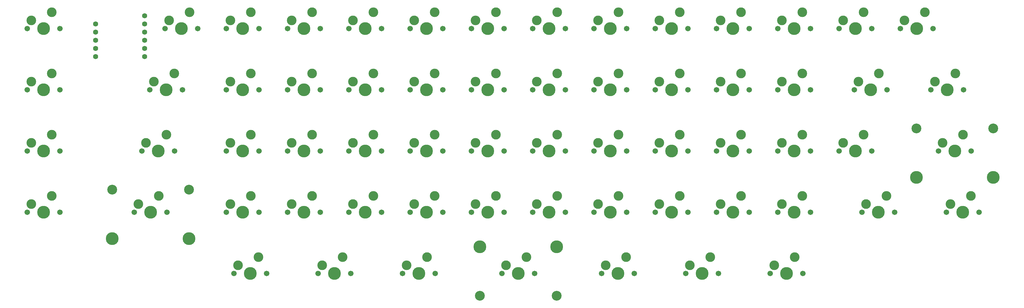
<source format=gbr>
%TF.GenerationSoftware,KiCad,Pcbnew,7.0.1*%
%TF.CreationDate,2023-05-09T15:13:21+09:00*%
%TF.ProjectId,Pherk60,50686572-6b36-4302-9e6b-696361645f70,rev?*%
%TF.SameCoordinates,Original*%
%TF.FileFunction,Soldermask,Top*%
%TF.FilePolarity,Negative*%
%FSLAX46Y46*%
G04 Gerber Fmt 4.6, Leading zero omitted, Abs format (unit mm)*
G04 Created by KiCad (PCBNEW 7.0.1) date 2023-05-09 15:13:21*
%MOMM*%
%LPD*%
G01*
G04 APERTURE LIST*
%ADD10C,1.701800*%
%ADD11C,3.000000*%
%ADD12C,3.987800*%
%ADD13C,3.048000*%
%ADD14C,1.600000*%
G04 APERTURE END LIST*
D10*
%TO.C,SW50*%
X285432500Y-57150000D03*
D11*
X286702500Y-54610000D03*
D12*
X290512500Y-57150000D03*
D11*
X293052500Y-52070000D03*
D10*
X295592500Y-57150000D03*
%TD*%
%TO.C,SW24*%
X147320000Y-95250000D03*
D11*
X148590000Y-92710000D03*
D12*
X152400000Y-95250000D03*
D11*
X154940000Y-90170000D03*
D10*
X157480000Y-95250000D03*
%TD*%
%TO.C,SW52*%
X287813750Y-95250000D03*
D11*
X289083750Y-92710000D03*
D12*
X292893750Y-95250000D03*
D11*
X295433750Y-90170000D03*
D10*
X297973750Y-95250000D03*
%TD*%
%TO.C,SW17*%
X128270000Y-38100000D03*
D11*
X129540000Y-35560000D03*
D12*
X133350000Y-38100000D03*
D11*
X135890000Y-33020000D03*
D10*
X138430000Y-38100000D03*
%TD*%
%TO.C,SW12*%
X90170000Y-95250000D03*
D11*
X91440000Y-92710000D03*
D12*
X95250000Y-95250000D03*
D11*
X97790000Y-90170000D03*
D10*
X100330000Y-95250000D03*
%TD*%
%TO.C,SW28*%
X166370000Y-95250000D03*
D11*
X167640000Y-92710000D03*
D12*
X171450000Y-95250000D03*
D11*
X173990000Y-90170000D03*
D10*
X176530000Y-95250000D03*
%TD*%
%TO.C,SW31*%
X185420000Y-76200000D03*
D11*
X186690000Y-73660000D03*
D12*
X190500000Y-76200000D03*
D11*
X193040000Y-71120000D03*
D10*
X195580000Y-76200000D03*
%TD*%
%TO.C,SW11*%
X90170000Y-76200000D03*
D11*
X91440000Y-73660000D03*
D12*
X95250000Y-76200000D03*
D11*
X97790000Y-71120000D03*
D10*
X100330000Y-76200000D03*
%TD*%
%TO.C,SW3*%
X28257500Y-76200000D03*
D11*
X29527500Y-73660000D03*
D12*
X33337500Y-76200000D03*
D11*
X35877500Y-71120000D03*
D10*
X38417500Y-76200000D03*
%TD*%
%TO.C,SW39*%
X223520000Y-76200000D03*
D11*
X224790000Y-73660000D03*
D12*
X228600000Y-76200000D03*
D11*
X231140000Y-71120000D03*
D10*
X233680000Y-76200000D03*
%TD*%
%TO.C,SW9*%
X90170000Y-38100000D03*
D11*
X91440000Y-35560000D03*
D12*
X95250000Y-38100000D03*
D11*
X97790000Y-33020000D03*
D10*
X100330000Y-38100000D03*
%TD*%
%TO.C,SW1*%
X28257500Y-38100000D03*
D11*
X29527500Y-35560000D03*
D12*
X33337500Y-38100000D03*
D11*
X35877500Y-33020000D03*
D10*
X38417500Y-38100000D03*
%TD*%
%TO.C,SW6*%
X66357500Y-57150000D03*
D11*
X67627500Y-54610000D03*
D12*
X71437500Y-57150000D03*
D11*
X73977500Y-52070000D03*
D10*
X76517500Y-57150000D03*
%TD*%
%TO.C,SW13*%
X109220000Y-38100000D03*
D11*
X110490000Y-35560000D03*
D12*
X114300000Y-38100000D03*
D11*
X116840000Y-33020000D03*
D10*
X119380000Y-38100000D03*
%TD*%
%TO.C,SW58*%
X118745000Y-114300000D03*
D11*
X120015000Y-111760000D03*
D12*
X123825000Y-114300000D03*
D11*
X126365000Y-109220000D03*
D10*
X128905000Y-114300000D03*
%TD*%
%TO.C,SW35*%
X204470000Y-76200000D03*
D11*
X205740000Y-73660000D03*
D12*
X209550000Y-76200000D03*
D11*
X212090000Y-71120000D03*
D10*
X214630000Y-76200000D03*
%TD*%
%TO.C,SW61*%
X206851250Y-114300000D03*
D11*
X208121250Y-111760000D03*
D12*
X211931250Y-114300000D03*
D11*
X214471250Y-109220000D03*
D10*
X217011250Y-114300000D03*
%TD*%
%TO.C,SW43*%
X242570000Y-76200000D03*
D11*
X243840000Y-73660000D03*
D12*
X247650000Y-76200000D03*
D11*
X250190000Y-71120000D03*
D10*
X252730000Y-76200000D03*
%TD*%
%TO.C,SW62*%
X233045000Y-114300000D03*
D11*
X234315000Y-111760000D03*
D12*
X238125000Y-114300000D03*
D11*
X240665000Y-109220000D03*
D10*
X243205000Y-114300000D03*
%TD*%
%TO.C,SW54*%
X309245000Y-57150000D03*
D11*
X310515000Y-54610000D03*
D12*
X314325000Y-57150000D03*
D11*
X316865000Y-52070000D03*
D10*
X319405000Y-57150000D03*
%TD*%
%TO.C,SW44*%
X242570000Y-95250000D03*
D11*
X243840000Y-92710000D03*
D12*
X247650000Y-95250000D03*
D11*
X250190000Y-90170000D03*
D10*
X252730000Y-95250000D03*
%TD*%
%TO.C,SW16*%
X109220000Y-95250000D03*
D11*
X110490000Y-92710000D03*
D12*
X114300000Y-95250000D03*
D11*
X116840000Y-90170000D03*
D10*
X119380000Y-95250000D03*
%TD*%
D12*
%TO.C,SW60*%
X169037000Y-106045000D03*
D13*
X169037000Y-121285000D03*
D10*
X175895000Y-114300000D03*
D11*
X177165000Y-111760000D03*
D12*
X180975000Y-114300000D03*
D11*
X183515000Y-109220000D03*
D10*
X186055000Y-114300000D03*
D12*
X192913000Y-106045000D03*
D13*
X192913000Y-121285000D03*
%TD*%
D10*
%TO.C,SW27*%
X166370000Y-76200000D03*
D11*
X167640000Y-73660000D03*
D12*
X171450000Y-76200000D03*
D11*
X173990000Y-71120000D03*
D10*
X176530000Y-76200000D03*
%TD*%
%TO.C,SW26*%
X166370000Y-57150000D03*
D11*
X167640000Y-54610000D03*
D12*
X171450000Y-57150000D03*
D11*
X173990000Y-52070000D03*
D10*
X176530000Y-57150000D03*
%TD*%
%TO.C,SW42*%
X242570000Y-57150000D03*
D11*
X243840000Y-54610000D03*
D12*
X247650000Y-57150000D03*
D11*
X250190000Y-52070000D03*
D10*
X252730000Y-57150000D03*
%TD*%
%TO.C,SW23*%
X147320000Y-76200000D03*
D11*
X148590000Y-73660000D03*
D12*
X152400000Y-76200000D03*
D11*
X154940000Y-71120000D03*
D10*
X157480000Y-76200000D03*
%TD*%
%TO.C,SW5*%
X71120000Y-38100000D03*
D11*
X72390000Y-35560000D03*
D12*
X76200000Y-38100000D03*
D11*
X78740000Y-33020000D03*
D10*
X81280000Y-38100000D03*
%TD*%
%TO.C,SW57*%
X92551250Y-114300000D03*
D11*
X93821250Y-111760000D03*
D12*
X97631250Y-114300000D03*
D11*
X100171250Y-109220000D03*
D10*
X102711250Y-114300000D03*
%TD*%
%TO.C,SW33*%
X204470000Y-38100000D03*
D11*
X205740000Y-35560000D03*
D12*
X209550000Y-38100000D03*
D11*
X212090000Y-33020000D03*
D10*
X214630000Y-38100000D03*
%TD*%
%TO.C,SW48*%
X261620000Y-95250000D03*
D11*
X262890000Y-92710000D03*
D12*
X266700000Y-95250000D03*
D11*
X269240000Y-90170000D03*
D10*
X271780000Y-95250000D03*
%TD*%
%TO.C,SW49*%
X280670000Y-38100000D03*
D11*
X281940000Y-35560000D03*
D12*
X285750000Y-38100000D03*
D11*
X288290000Y-33020000D03*
D10*
X290830000Y-38100000D03*
%TD*%
D13*
%TO.C,SW55*%
X304768250Y-69215000D03*
D12*
X304768250Y-84455000D03*
D10*
X311626250Y-76200000D03*
D11*
X312896250Y-73660000D03*
D12*
X316706250Y-76200000D03*
D11*
X319246250Y-71120000D03*
D10*
X321786250Y-76200000D03*
D13*
X328644250Y-69215000D03*
D12*
X328644250Y-84455000D03*
%TD*%
D10*
%TO.C,SW38*%
X223520000Y-57150000D03*
D11*
X224790000Y-54610000D03*
D12*
X228600000Y-57150000D03*
D11*
X231140000Y-52070000D03*
D10*
X233680000Y-57150000D03*
%TD*%
%TO.C,SW32*%
X185420000Y-95250000D03*
D11*
X186690000Y-92710000D03*
D12*
X190500000Y-95250000D03*
D11*
X193040000Y-90170000D03*
D10*
X195580000Y-95250000D03*
%TD*%
%TO.C,SW7*%
X63976250Y-76200000D03*
D11*
X65246250Y-73660000D03*
D12*
X69056250Y-76200000D03*
D11*
X71596250Y-71120000D03*
D10*
X74136250Y-76200000D03*
%TD*%
%TO.C,SW15*%
X109220000Y-76200000D03*
D11*
X110490000Y-73660000D03*
D12*
X114300000Y-76200000D03*
D11*
X116840000Y-71120000D03*
D10*
X119380000Y-76200000D03*
%TD*%
%TO.C,SW29*%
X185420000Y-38100000D03*
D11*
X186690000Y-35560000D03*
D12*
X190500000Y-38100000D03*
D11*
X193040000Y-33020000D03*
D10*
X195580000Y-38100000D03*
%TD*%
%TO.C,SW2*%
X28257500Y-57150000D03*
D11*
X29527500Y-54610000D03*
D12*
X33337500Y-57150000D03*
D11*
X35877500Y-52070000D03*
D10*
X38417500Y-57150000D03*
%TD*%
%TO.C,SW22*%
X147320000Y-57150000D03*
D11*
X148590000Y-54610000D03*
D12*
X152400000Y-57150000D03*
D11*
X154940000Y-52070000D03*
D10*
X157480000Y-57150000D03*
%TD*%
%TO.C,SW19*%
X128270000Y-76200000D03*
D11*
X129540000Y-73660000D03*
D12*
X133350000Y-76200000D03*
D11*
X135890000Y-71120000D03*
D10*
X138430000Y-76200000D03*
%TD*%
%TO.C,SW21*%
X147320000Y-38100000D03*
D11*
X148590000Y-35560000D03*
D12*
X152400000Y-38100000D03*
D11*
X154940000Y-33020000D03*
D10*
X157480000Y-38100000D03*
%TD*%
%TO.C,SW25*%
X166370000Y-38100000D03*
D11*
X167640000Y-35560000D03*
D12*
X171450000Y-38100000D03*
D11*
X173990000Y-33020000D03*
D10*
X176530000Y-38100000D03*
%TD*%
%TO.C,SW47*%
X261620000Y-76200000D03*
D11*
X262890000Y-73660000D03*
D12*
X266700000Y-76200000D03*
D11*
X269240000Y-71120000D03*
D10*
X271780000Y-76200000D03*
%TD*%
D13*
%TO.C,SW8*%
X54737000Y-88265000D03*
D12*
X54737000Y-103505000D03*
D10*
X61595000Y-95250000D03*
D11*
X62865000Y-92710000D03*
D12*
X66675000Y-95250000D03*
D11*
X69215000Y-90170000D03*
D10*
X71755000Y-95250000D03*
D13*
X78613000Y-88265000D03*
D12*
X78613000Y-103505000D03*
%TD*%
D10*
%TO.C,SW37*%
X223520000Y-38100000D03*
D11*
X224790000Y-35560000D03*
D12*
X228600000Y-38100000D03*
D11*
X231140000Y-33020000D03*
D10*
X233680000Y-38100000D03*
%TD*%
%TO.C,SW34*%
X204470000Y-57150000D03*
D11*
X205740000Y-54610000D03*
D12*
X209550000Y-57150000D03*
D11*
X212090000Y-52070000D03*
D10*
X214630000Y-57150000D03*
%TD*%
%TO.C,SW18*%
X128270000Y-57150000D03*
D11*
X129540000Y-54610000D03*
D12*
X133350000Y-57150000D03*
D11*
X135890000Y-52070000D03*
D10*
X138430000Y-57150000D03*
%TD*%
%TO.C,SW59*%
X144938750Y-114300000D03*
D11*
X146208750Y-111760000D03*
D12*
X150018750Y-114300000D03*
D11*
X152558750Y-109220000D03*
D10*
X155098750Y-114300000D03*
%TD*%
%TO.C,SW36*%
X204470000Y-95250000D03*
D11*
X205740000Y-92710000D03*
D12*
X209550000Y-95250000D03*
D11*
X212090000Y-90170000D03*
D10*
X214630000Y-95250000D03*
%TD*%
%TO.C,SW63*%
X259238750Y-114300000D03*
D11*
X260508750Y-111760000D03*
D12*
X264318750Y-114300000D03*
D11*
X266858750Y-109220000D03*
D10*
X269398750Y-114300000D03*
%TD*%
%TO.C,SW45*%
X261620000Y-38100000D03*
D11*
X262890000Y-35560000D03*
D12*
X266700000Y-38100000D03*
D11*
X269240000Y-33020000D03*
D10*
X271780000Y-38100000D03*
%TD*%
%TO.C,SW14*%
X109220000Y-57150000D03*
D11*
X110490000Y-54610000D03*
D12*
X114300000Y-57150000D03*
D11*
X116840000Y-52070000D03*
D10*
X119380000Y-57150000D03*
%TD*%
%TO.C,SW40*%
X223520000Y-95250000D03*
D11*
X224790000Y-92710000D03*
D12*
X228600000Y-95250000D03*
D11*
X231140000Y-90170000D03*
D10*
X233680000Y-95250000D03*
%TD*%
%TO.C,SW10*%
X90170000Y-57150000D03*
D11*
X91440000Y-54610000D03*
D12*
X95250000Y-57150000D03*
D11*
X97790000Y-52070000D03*
D10*
X100330000Y-57150000D03*
%TD*%
%TO.C,SW51*%
X280670000Y-76200000D03*
D11*
X281940000Y-73660000D03*
D12*
X285750000Y-76200000D03*
D11*
X288290000Y-71120000D03*
D10*
X290830000Y-76200000D03*
%TD*%
%TO.C,SW4*%
X28257500Y-95250000D03*
D11*
X29527500Y-92710000D03*
D12*
X33337500Y-95250000D03*
D11*
X35877500Y-90170000D03*
D10*
X38417500Y-95250000D03*
%TD*%
%TO.C,SW41*%
X242570000Y-38100000D03*
D11*
X243840000Y-35560000D03*
D12*
X247650000Y-38100000D03*
D11*
X250190000Y-33020000D03*
D10*
X252730000Y-38100000D03*
%TD*%
%TO.C,SW20*%
X128270000Y-95250000D03*
D11*
X129540000Y-92710000D03*
D12*
X133350000Y-95250000D03*
D11*
X135890000Y-90170000D03*
D10*
X138430000Y-95250000D03*
%TD*%
%TO.C,SW46*%
X261620000Y-57150000D03*
D11*
X262890000Y-54610000D03*
D12*
X266700000Y-57150000D03*
D11*
X269240000Y-52070000D03*
D10*
X271780000Y-57150000D03*
%TD*%
%TO.C,SW53*%
X299720000Y-38100000D03*
D11*
X300990000Y-35560000D03*
D12*
X304800000Y-38100000D03*
D11*
X307340000Y-33020000D03*
D10*
X309880000Y-38100000D03*
%TD*%
%TO.C,SW56*%
X314007500Y-95250000D03*
D11*
X315277500Y-92710000D03*
D12*
X319087500Y-95250000D03*
D11*
X321627500Y-90170000D03*
D10*
X324167500Y-95250000D03*
%TD*%
%TO.C,SW30*%
X185420000Y-57150000D03*
D11*
X186690000Y-54610000D03*
D12*
X190500000Y-57150000D03*
D11*
X193040000Y-52070000D03*
D10*
X195580000Y-57150000D03*
%TD*%
D14*
%TO.C,U9*%
X49530000Y-36672500D03*
X49530000Y-39212500D03*
X49530000Y-41752500D03*
X49530000Y-44292500D03*
X49530000Y-46832500D03*
X64770000Y-46832500D03*
X64770000Y-44292500D03*
X64770000Y-41752500D03*
X64770000Y-39212500D03*
X64770000Y-36672500D03*
X64770000Y-34132500D03*
%TD*%
M02*

</source>
